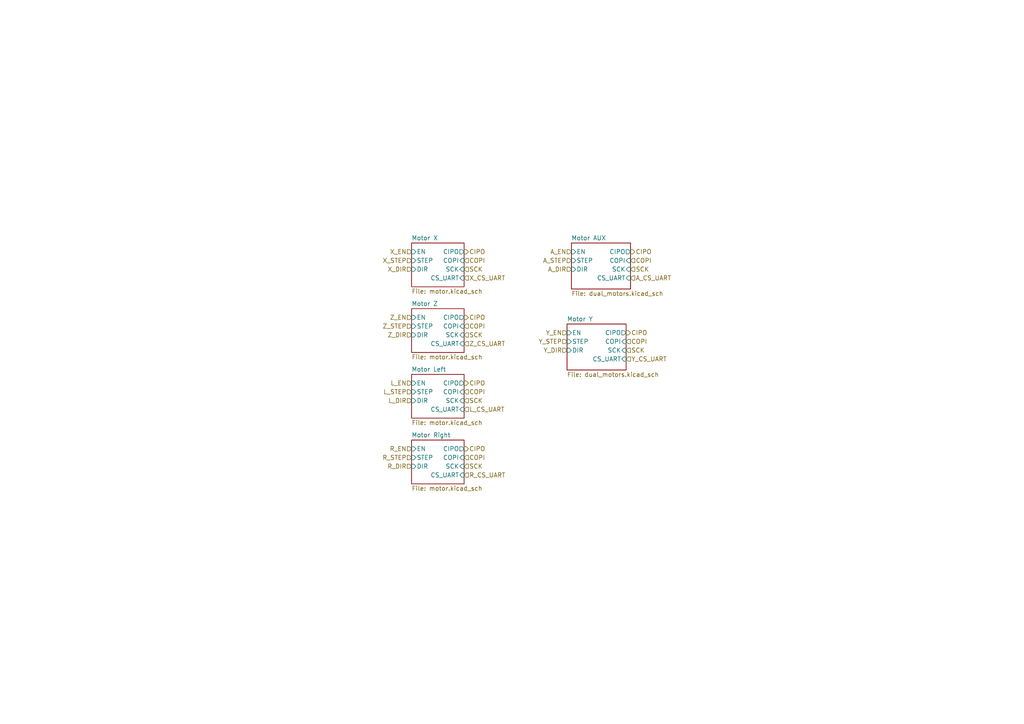
<source format=kicad_sch>
(kicad_sch (version 20211123) (generator eeschema)
  (paper "A4")
  (title_block (title "Index Mobo") (date "2021-02-19") (rev "${version}"))
  (lib_symbols)
  (hierarchical_label "COPI" (shape input) (at 181.61 99.06 0))
  (hierarchical_label "SCK" (shape input) (at 181.61 101.6 0))
  (hierarchical_label "X_DIR" (shape input) (at 119.38 78.105 180))
  (hierarchical_label "CIPO" (shape output) (at 182.88 73.025 0))
  (hierarchical_label "CIPO" (shape output) (at 181.61 96.52 0))
  (hierarchical_label "Z_EN" (shape input) (at 119.38 92.075 180))
  (hierarchical_label "L_EN" (shape input) (at 119.38 111.125 180))
  (hierarchical_label "Z_STEP" (shape input) (at 119.38 94.615 180))
  (hierarchical_label "Z_CS_UART" (shape input) (at 134.62 99.695 0))
  (hierarchical_label "SCK" (shape input) (at 182.88 78.105 0))
  (hierarchical_label "R_STEP" (shape input) (at 119.38 132.715 180))
  (hierarchical_label "Y_DIR" (shape input) (at 164.465 101.6 180))
  (hierarchical_label "Y_CS_UART" (shape input) (at 181.61 104.14 0))
  (hierarchical_label "COPI" (shape input) (at 134.62 132.715 0))
  (hierarchical_label "CIPO" (shape output) (at 134.62 111.125 0))
  (hierarchical_label "COPI" (shape input) (at 182.88 75.565 0))
  (hierarchical_label "COPI" (shape input) (at 134.62 75.565 0))
  (hierarchical_label "SCK" (shape input) (at 134.62 135.255 0))
  (hierarchical_label "R_CS_UART" (shape input) (at 134.62 137.795 0))
  (hierarchical_label "R_EN" (shape input) (at 119.38 130.175 180))
  (hierarchical_label "L_CS_UART" (shape input) (at 134.62 118.745 0))
  (hierarchical_label "COPI" (shape input) (at 134.62 94.615 0))
  (hierarchical_label "A_CS_UART" (shape input) (at 182.88 80.645 0))
  (hierarchical_label "X_STEP" (shape input) (at 119.38 75.565 180))
  (hierarchical_label "Y_STEP" (shape input) (at 164.465 99.06 180))
  (hierarchical_label "X_EN" (shape input) (at 119.38 73.025 180))
  (hierarchical_label "L_STEP" (shape input) (at 119.38 113.665 180))
  (hierarchical_label "SCK" (shape input) (at 134.62 116.205 0))
  (hierarchical_label "X_CS_UART" (shape input) (at 134.62 80.645 0))
  (hierarchical_label "A_DIR" (shape input) (at 165.735 78.105 180))
  (hierarchical_label "R_DIR" (shape input) (at 119.38 135.255 180))
  (hierarchical_label "CIPO" (shape output) (at 134.62 73.025 0))
  (hierarchical_label "SCK" (shape input) (at 134.62 78.105 0))
  (hierarchical_label "L_DIR" (shape input) (at 119.38 116.205 180))
  (hierarchical_label "COPI" (shape input) (at 134.62 113.665 0))
  (hierarchical_label "CIPO" (shape output) (at 134.62 92.075 0))
  (hierarchical_label "SCK" (shape input) (at 134.62 97.155 0))
  (hierarchical_label "CIPO" (shape output) (at 134.62 130.175 0))
  (hierarchical_label "A_EN" (shape input) (at 165.735 73.025 180))
  (hierarchical_label "Z_DIR" (shape input) (at 119.38 97.155 180))
  (hierarchical_label "Y_EN" (shape input) (at 164.465 96.52 180))
  (hierarchical_label "A_STEP" (shape input) (at 165.735 75.565 180))
  (sheet (at 119.38 70.485) (size 15.24 12.7)
    (property "Sheet name" "Motor X" (at 119.38 69.7734 0) (effects (justify left bottom)))
    (property "Sheet file" "motor.kicad_sch" (at 119.38 83.7696 0) (effects (justify left top)))
    (pin "EN" input (at 119.38 73.025 180))
    (pin "STEP" input (at 119.38 75.565 180))
    (pin "DIR" input (at 119.38 78.105 180))
    (pin "CIPO" output (at 134.62 73.025 0))
    (pin "COPI" input (at 134.62 75.565 0))
    (pin "SCK" input (at 134.62 78.105 0))
    (pin "CS_UART" input (at 134.62 80.645 0))
  )
  (sheet (at 119.38 89.535) (size 15.24 12.7)
    (property "Sheet name" "Motor Z" (at 119.38 88.8234 0) (effects (justify left bottom)))
    (property "Sheet file" "motor.kicad_sch" (at 119.38 102.8196 0) (effects (justify left top)))
    (pin "EN" input (at 119.38 92.075 180))
    (pin "STEP" input (at 119.38 94.615 180))
    (pin "DIR" input (at 119.38 97.155 180))
    (pin "CIPO" output (at 134.62 92.075 0))
    (pin "COPI" input (at 134.62 94.615 0))
    (pin "SCK" input (at 134.62 97.155 0))
    (pin "CS_UART" input (at 134.62 99.695 0))
  )
  (sheet (at 119.38 108.585) (size 15.24 12.7)
    (property "Sheet name" "Motor Left" (at 119.38 107.8734 0) (effects (justify left bottom)))
    (property "Sheet file" "motor.kicad_sch" (at 119.38 121.8696 0) (effects (justify left top)))
    (pin "EN" input (at 119.38 111.125 180))
    (pin "STEP" input (at 119.38 113.665 180))
    (pin "DIR" input (at 119.38 116.205 180))
    (pin "CIPO" output (at 134.62 111.125 0))
    (pin "COPI" input (at 134.62 113.665 0))
    (pin "SCK" input (at 134.62 116.205 0))
    (pin "CS_UART" input (at 134.62 118.745 0))
  )
  (sheet (at 119.38 127.635) (size 15.24 12.7)
    (property "Sheet name" "Motor Right" (at 119.38 126.9234 0) (effects (justify left bottom)))
    (property "Sheet file" "motor.kicad_sch" (at 119.38 140.9196 0) (effects (justify left top)))
    (pin "EN" input (at 119.38 130.175 180))
    (pin "STEP" input (at 119.38 132.715 180))
    (pin "DIR" input (at 119.38 135.255 180))
    (pin "CIPO" output (at 134.62 130.175 0))
    (pin "COPI" input (at 134.62 132.715 0))
    (pin "SCK" input (at 134.62 135.255 0))
    (pin "CS_UART" input (at 134.62 137.795 0))
  )
  (sheet (at 165.735 70.485) (size 17.145 13.335)
    (property "Sheet name" "Motor AUX" (at 165.735 69.7734 0) (effects (justify left bottom)))
    (property "Sheet file" "dual_motors.kicad_sch" (at 165.735 84.4046 0) (effects (justify left top)))
    (pin "CIPO" output (at 182.88 73.025 0))
    (pin "COPI" input (at 182.88 75.565 0))
    (pin "CS_UART" input (at 182.88 80.645 0))
    (pin "SCK" input (at 182.88 78.105 0))
    (pin "EN" input (at 165.735 73.025 180))
    (pin "STEP" input (at 165.735 75.565 180))
    (pin "DIR" input (at 165.735 78.105 180))
  )
  (sheet (at 164.465 93.98) (size 17.145 13.335)
    (property "Sheet name" "Motor Y" (at 164.465 93.2684 0) (effects (justify left bottom)))
    (property "Sheet file" "dual_motors.kicad_sch" (at 164.465 107.8996 0) (effects (justify left top)))
    (pin "CIPO" output (at 181.61 96.52 0))
    (pin "COPI" input (at 181.61 99.06 0))
    (pin "CS_UART" input (at 181.61 104.14 0))
    (pin "SCK" input (at 181.61 101.6 0))
    (pin "EN" input (at 164.465 96.52 180))
    (pin "STEP" input (at 164.465 99.06 180))
    (pin "DIR" input (at 164.465 101.6 180))
  )
)
</source>
